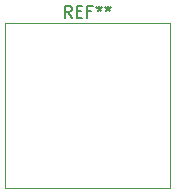
<source format=gbr>
%TF.GenerationSoftware,KiCad,Pcbnew,9.0.7*%
%TF.CreationDate,2026-02-04T16:17:26-05:00*%
%TF.ProjectId,test2,74657374-322e-46b6-9963-61645f706362,rev?*%
%TF.SameCoordinates,Original*%
%TF.FileFunction,Legend,Top*%
%TF.FilePolarity,Positive*%
%FSLAX46Y46*%
G04 Gerber Fmt 4.6, Leading zero omitted, Abs format (unit mm)*
G04 Created by KiCad (PCBNEW 9.0.7) date 2026-02-04 16:17:26*
%MOMM*%
%LPD*%
G01*
G04 APERTURE LIST*
%ADD10C,0.150000*%
%ADD11C,0.120000*%
G04 APERTURE END LIST*
D10*
X137626666Y-78660819D02*
X137293333Y-78184628D01*
X137055238Y-78660819D02*
X137055238Y-77660819D01*
X137055238Y-77660819D02*
X137436190Y-77660819D01*
X137436190Y-77660819D02*
X137531428Y-77708438D01*
X137531428Y-77708438D02*
X137579047Y-77756057D01*
X137579047Y-77756057D02*
X137626666Y-77851295D01*
X137626666Y-77851295D02*
X137626666Y-77994152D01*
X137626666Y-77994152D02*
X137579047Y-78089390D01*
X137579047Y-78089390D02*
X137531428Y-78137009D01*
X137531428Y-78137009D02*
X137436190Y-78184628D01*
X137436190Y-78184628D02*
X137055238Y-78184628D01*
X138055238Y-78137009D02*
X138388571Y-78137009D01*
X138531428Y-78660819D02*
X138055238Y-78660819D01*
X138055238Y-78660819D02*
X138055238Y-77660819D01*
X138055238Y-77660819D02*
X138531428Y-77660819D01*
X139293333Y-78137009D02*
X138960000Y-78137009D01*
X138960000Y-78660819D02*
X138960000Y-77660819D01*
X138960000Y-77660819D02*
X139436190Y-77660819D01*
X139960000Y-77660819D02*
X139960000Y-77898914D01*
X139721905Y-77803676D02*
X139960000Y-77898914D01*
X139960000Y-77898914D02*
X140198095Y-77803676D01*
X139817143Y-78089390D02*
X139960000Y-77898914D01*
X139960000Y-77898914D02*
X140102857Y-78089390D01*
X140721905Y-77660819D02*
X140721905Y-77898914D01*
X140483810Y-77803676D02*
X140721905Y-77898914D01*
X140721905Y-77898914D02*
X140960000Y-77803676D01*
X140579048Y-78089390D02*
X140721905Y-77898914D01*
X140721905Y-77898914D02*
X140864762Y-78089390D01*
D11*
%TO.C,REF\u002A\u002A*%
X131975000Y-79095000D02*
X145945000Y-79095000D01*
X131975000Y-93065000D02*
X131975000Y-79095000D01*
X145945000Y-79095000D02*
X145945000Y-93065000D01*
X145945000Y-93065000D02*
X131975000Y-93065000D01*
%TD*%
M02*

</source>
